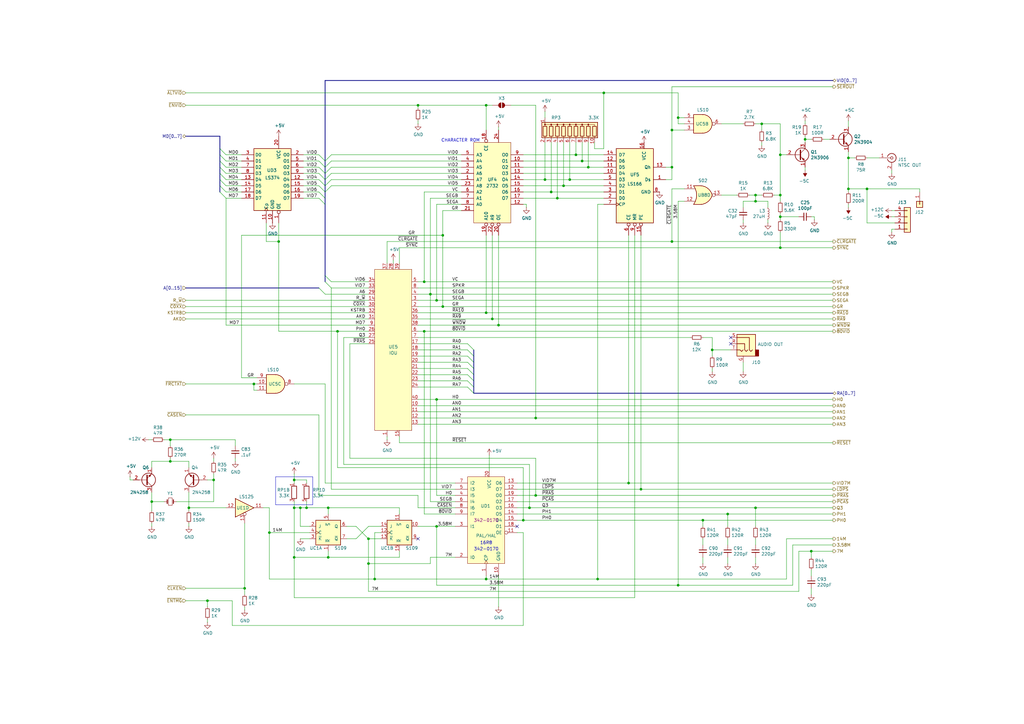
<source format=kicad_sch>
(kicad_sch (version 20250114) (generator "eeschema") (generator_version "9.0")
  (paper "A3")
  (title_block (title "TIMING/VIDEO A2E NTSC"))
  (text "16R8" (at 196.85 223.52 0) (effects (font (size 1.27 1.27)) (justify left bottom)))
  (text "CHARACTER ROM" (at 196.85 58.42 0) (effects (font (size 1.27 1.27)) (justify right bottom)))
  (text "342-0170" (at 194.31 226.06 0) (effects (font (size 1.27 1.27)) (justify left bottom)))
  (junction (at 201.93 130.81))
  (junction (at 134.62 228.6))
  (junction (at 347.98 64.77))
  (junction (at 309.88 82.55))
  (junction (at 292.1 143.51))
  (junction (at 347.98 77.47))
  (junction (at 204.47 133.35))
  (junction (at 199.39 43.18))
  (junction (at 320.04 101.6))
  (junction (at 179.07 215.9))
  (junction (at 298.45 210.82))
  (junction (at 355.6 77.47))
  (junction (at 77.47 208.28))
  (junction (at 275.59 68.58))
  (junction (at 226.06 78.74))
  (junction (at 87.63 196.85))
  (junction (at 110.49 218.44))
  (junction (at 217.17 208.28))
  (junction (at 262.89 200.66))
  (junction (at 320.04 63.5))
  (junction (at 181.61 125.73))
  (junction (at 151.13 231.14))
  (junction (at 236.22 63.5))
  (junction (at 125.73 208.28))
  (junction (at 104.14 157.48))
  (junction (at 247.65 38.1))
  (junction (at 120.65 208.28))
  (junction (at 138.43 135.89))
  (junction (at 123.19 208.28))
  (junction (at 275.59 53.34))
  (junction (at 312.42 50.8))
  (junction (at 120.65 228.6))
  (junction (at 219.71 203.2))
  (junction (at 278.13 240.03))
  (junction (at 85.09 246.38))
  (junction (at 320.04 88.9))
  (junction (at 173.99 115.57))
  (junction (at 228.6 81.28))
  (junction (at 69.85 189.23))
  (junction (at 309.88 208.28))
  (junction (at 275.59 99.06))
  (junction (at 257.81 198.12))
  (junction (at 245.11 237.49))
  (junction (at 199.39 128.27))
  (junction (at 320.04 80.01))
  (junction (at 330.2 57.15))
  (junction (at 288.29 213.36))
  (junction (at 114.3 99.06))
  (junction (at 231.14 76.2))
  (junction (at 181.61 96.52))
  (junction (at 214.63 213.36))
  (junction (at 134.62 208.28))
  (junction (at 241.3 68.58))
  (junction (at 238.76 66.04))
  (junction (at 173.99 135.89))
  (junction (at 309.88 80.01))
  (junction (at 332.74 226.06))
  (junction (at 278.13 48.26))
  (junction (at 100.33 241.3))
  (junction (at 179.07 163.83))
  (junction (at 153.67 237.49))
  (junction (at 62.23 205.74))
  (junction (at 176.53 120.65))
  (junction (at 233.68 73.66))
  (junction (at 151.13 220.98))
  (junction (at 219.71 171.45))
  (junction (at 199.39 237.49))
  (junction (at 179.07 123.19))
  (junction (at 171.45 43.18))
  (junction (at 120.65 196.85))
  (junction (at 69.85 180.34))
  (junction (at 223.52 73.66))
  (no_connect (at 212.09 215.9))
  (no_connect (at 299.72 140.97))
  (no_connect (at 171.45 220.98))
  (no_connect (at 299.72 138.43))
  (bus_entry (at 130.81 73.66) (size 2.54 2.54))
  (bus_entry (at 130.81 63.5) (size 2.54 2.54))
  (bus_entry (at 130.81 76.2) (size 2.54 2.54))
  (bus_entry (at 191.77 151.13) (size 2.54 2.54))
  (bus_entry (at 135.89 63.5) (size -2.54 2.54))
  (bus_entry (at 191.77 140.97) (size 2.54 2.54))
  (bus_entry (at 133.35 115.57) (size 2.54 2.54))
  (bus_entry (at 92.71 63.5) (size -2.54 -2.54))
  (bus_entry (at 130.81 71.12) (size 2.54 2.54))
  (bus_entry (at 92.71 73.66) (size -2.54 -2.54))
  (bus_entry (at 130.81 68.58) (size 2.54 2.54))
  (bus_entry (at 191.77 148.59) (size 2.54 2.54))
  (bus_entry (at 92.71 66.04) (size -2.54 -2.54))
  (bus_entry (at 92.71 68.58) (size -2.54 -2.54))
  (bus_entry (at 130.81 118.11) (size 2.54 2.54))
  (bus_entry (at 135.89 68.58) (size -2.54 2.54))
  (bus_entry (at 92.71 78.74) (size -2.54 -2.54))
  (bus_entry (at 92.71 81.28) (size -2.54 -2.54))
  (bus_entry (at 191.77 146.05) (size 2.54 2.54))
  (bus_entry (at 191.77 158.75) (size 2.54 2.54))
  (bus_entry (at 191.77 156.21) (size 2.54 2.54))
  (bus_entry (at 130.81 66.04) (size 2.54 2.54))
  (bus_entry (at 135.89 76.2) (size -2.54 2.54))
  (bus_entry (at 191.77 153.67) (size 2.54 2.54))
  (bus_entry (at 130.81 78.74) (size 2.54 2.54))
  (bus_entry (at 92.71 71.12) (size -2.54 -2.54))
  (bus_entry (at 135.89 66.04) (size -2.54 2.54))
  (bus_entry (at 135.89 71.12) (size -2.54 2.54))
  (bus_entry (at 191.77 143.51) (size 2.54 2.54))
  (bus_entry (at 133.35 113.03) (size 2.54 2.54))
  (bus_entry (at 130.81 81.28) (size 2.54 2.54))
  (bus_entry (at 92.71 76.2) (size -2.54 -2.54))
  (bus_entry (at 135.89 73.66) (size -2.54 2.54))
  (wire (pts (xy 171.45 153.67) (xy 191.77 153.67)))
  (wire (pts (xy 332.74 228.6) (xy 332.74 226.06)))
  (wire (pts (xy 273.05 73.66) (xy 275.59 73.66)))
  (wire (pts (xy 295.91 50.8) (xy 304.8 50.8)))
  (wire (pts (xy 341.63 226.06) (xy 332.74 226.06)))
  (wire (pts (xy 243.84 60.96) (xy 243.84 58.42)))
  (wire (pts (xy 214.63 213.36) (xy 212.09 213.36)))
  (wire (pts (xy 199.39 236.22) (xy 199.39 237.49)))
  (wire (pts (xy 176.53 228.6) (xy 186.69 228.6)))
  (wire (pts (xy 337.82 57.15) (xy 340.36 57.15)))
  (wire (pts (xy 320.04 50.8) (xy 312.42 50.8)))
  (wire (pts (xy 176.53 120.65) (xy 341.63 120.65)))
  (wire (pts (xy 163.83 101.6) (xy 320.04 101.6)))
  (wire (pts (xy 133.35 157.48) (xy 133.35 198.12)))
  (wire (pts (xy 87.63 196.85) (xy 85.09 196.85)))
  (wire (pts (xy 186.69 215.9) (xy 179.07 215.9)))
  (wire (pts (xy 275.59 68.58) (xy 273.05 68.58)))
  (wire (pts (xy 247.65 38.1) (xy 278.13 38.1)))
  (wire (pts (xy 314.96 91.44) (xy 314.96 90.17)))
  (wire (pts (xy 62.23 205.74) (xy 67.31 205.74)))
  (wire (pts (xy 130.81 78.74) (xy 124.46 78.74)))
  (wire (pts (xy 309.88 80.01) (xy 312.42 80.01)))
  (wire (pts (xy 69.85 180.34) (xy 96.52 180.34)))
  (wire (pts (xy 212.09 218.44) (xy 214.63 218.44)))
  (wire (pts (xy 130.81 170.18) (xy 76.2 170.18)))
  (wire (pts (xy 179.07 240.03) (xy 278.13 240.03)))
  (wire (pts (xy 179.07 215.9) (xy 179.07 240.03)))
  (wire (pts (xy 151.13 242.57) (xy 327.66 242.57)))
  (wire (pts (xy 332.74 226.06) (xy 327.66 226.06)))
  (bus (pts (xy 90.17 55.88) (xy 76.2 55.88)))
  (wire (pts (xy 176.53 120.65) (xy 171.45 120.65)))
  (wire (pts (xy 92.71 66.04) (xy 99.06 66.04)))
  (wire (pts (xy 219.71 171.45) (xy 341.63 171.45)))
  (wire (pts (xy 322.58 237.49) (xy 322.58 220.98)))
  (wire (pts (xy 231.14 76.2) (xy 247.65 76.2)))
  (wire (pts (xy 87.63 187.96) (xy 87.63 189.23)))
  (bus (pts (xy 90.17 76.2) (xy 90.17 78.74)))
  (wire (pts (xy 95.25 256.54) (xy 95.25 246.38)))
  (wire (pts (xy 151.13 140.97) (xy 143.51 140.97)))
  (wire (pts (xy 95.25 256.54) (xy 214.63 256.54)))
  (wire (pts (xy 130.81 76.2) (xy 124.46 76.2)))
  (wire (pts (xy 156.21 220.98) (xy 151.13 220.98)))
  (wire (pts (xy 212.09 210.82) (xy 298.45 210.82)))
  (wire (pts (xy 100.33 248.92) (xy 100.33 250.19)))
  (wire (pts (xy 245.11 237.49) (xy 322.58 237.49)))
  (wire (pts (xy 76.2 123.19) (xy 151.13 123.19)))
  (wire (pts (xy 275.59 35.56) (xy 341.63 35.56)))
  (wire (pts (xy 133.35 120.65) (xy 151.13 120.65)))
  (wire (pts (xy 96.52 180.34) (xy 96.52 182.88)))
  (wire (pts (xy 347.98 64.77) (xy 350.52 64.77)))
  (wire (pts (xy 217.17 208.28) (xy 309.88 208.28)))
  (wire (pts (xy 278.13 48.26) (xy 278.13 50.8)))
  (wire (pts (xy 171.45 215.9) (xy 179.07 215.9)))
  (wire (pts (xy 95.25 246.38) (xy 85.09 246.38)))
  (wire (pts (xy 173.99 135.89) (xy 173.99 210.82)))
  (wire (pts (xy 325.12 223.52) (xy 325.12 240.03)))
  (wire (pts (xy 176.53 231.14) (xy 151.13 231.14)))
  (wire (pts (xy 312.42 58.42) (xy 312.42 59.69)))
  (wire (pts (xy 219.71 187.96) (xy 219.71 203.2)))
  (wire (pts (xy 228.6 58.42) (xy 228.6 81.28)))
  (wire (pts (xy 76.2 157.48) (xy 104.14 157.48)))
  (wire (pts (xy 173.99 135.89) (xy 341.63 135.89)))
  (wire (pts (xy 158.75 107.95) (xy 158.75 99.06)))
  (wire (pts (xy 179.07 83.82) (xy 189.23 83.82)))
  (wire (pts (xy 146.05 220.98) (xy 151.13 215.9)))
  (wire (pts (xy 262.89 200.66) (xy 341.63 200.66)))
  (wire (pts (xy 330.2 68.58) (xy 330.2 69.85)))
  (wire (pts (xy 163.83 107.95) (xy 163.83 101.6)))
  (wire (pts (xy 130.81 63.5) (xy 124.46 63.5)))
  (wire (pts (xy 214.63 78.74) (xy 226.06 78.74)))
  (wire (pts (xy 179.07 83.82) (xy 179.07 123.19)))
  (wire (pts (xy 320.04 82.55) (xy 320.04 80.01)))
  (wire (pts (xy 105.41 157.48) (xy 104.14 157.48)))
  (wire (pts (xy 204.47 236.22) (xy 204.47 248.92)))
  (bus (pts (xy 194.31 151.13) (xy 194.31 153.67)))
  (wire (pts (xy 288.29 215.9) (xy 288.29 213.36)))
  (wire (pts (xy 199.39 128.27) (xy 341.63 128.27)))
  (wire (pts (xy 365.76 69.85) (xy 365.76 71.12)))
  (wire (pts (xy 204.47 52.07) (xy 204.47 53.34)))
  (wire (pts (xy 163.83 228.6) (xy 134.62 228.6)))
  (wire (pts (xy 179.07 203.2) (xy 186.69 203.2)))
  (wire (pts (xy 171.45 138.43) (xy 283.21 138.43)))
  (wire (pts (xy 158.75 179.07) (xy 158.75 180.34)))
  (wire (pts (xy 161.29 106.68) (xy 161.29 107.95)))
  (wire (pts (xy 312.42 50.8) (xy 312.42 53.34)))
  (wire (pts (xy 85.09 248.92) (xy 85.09 246.38)))
  (wire (pts (xy 163.83 226.06) (xy 163.83 228.6)))
  (wire (pts (xy 123.19 208.28) (xy 123.19 215.9)))
  (wire (pts (xy 200.66 186.69) (xy 200.66 193.04)))
  (wire (pts (xy 275.59 99.06) (xy 341.63 99.06)))
  (bus (pts (xy 133.35 76.2) (xy 133.35 78.74)))
  (bus (pts (xy 90.17 63.5) (xy 90.17 66.04)))
  (wire (pts (xy 123.19 220.98) (xy 127 220.98)))
  (wire (pts (xy 217.17 208.28) (xy 212.09 208.28)))
  (wire (pts (xy 140.97 190.5) (xy 140.97 138.43)))
  (wire (pts (xy 130.81 203.2) (xy 130.81 170.18)))
  (wire (pts (xy 140.97 138.43) (xy 151.13 138.43)))
  (wire (pts (xy 377.19 77.47) (xy 355.6 77.47)))
  (wire (pts (xy 304.8 148.59) (xy 304.8 152.4)))
  (bus (pts (xy 130.81 118.11) (xy 76.2 118.11)))
  (wire (pts (xy 104.14 160.02) (xy 105.41 160.02)))
  (wire (pts (xy 219.71 43.18) (xy 219.71 171.45)))
  (wire (pts (xy 341.63 223.52) (xy 325.12 223.52)))
  (wire (pts (xy 355.6 64.77) (xy 360.68 64.77)))
  (wire (pts (xy 278.13 240.03) (xy 278.13 82.55)))
  (wire (pts (xy 99.06 76.2) (xy 92.71 76.2)))
  (wire (pts (xy 138.43 191.77) (xy 214.63 191.77)))
  (wire (pts (xy 347.98 83.82) (xy 347.98 85.09)))
  (wire (pts (xy 365.76 88.9) (xy 367.03 88.9)))
  (wire (pts (xy 309.88 208.28) (xy 341.63 208.28)))
  (wire (pts (xy 87.63 194.31) (xy 87.63 196.85)))
  (wire (pts (xy 135.89 200.66) (xy 186.69 200.66)))
  (wire (pts (xy 171.45 146.05) (xy 191.77 146.05)))
  (wire (pts (xy 278.13 50.8) (xy 280.67 50.8)))
  (wire (pts (xy 85.09 246.38) (xy 76.2 246.38)))
  (wire (pts (xy 320.04 88.9) (xy 327.66 88.9)))
  (wire (pts (xy 171.45 43.18) (xy 76.2 43.18)))
  (wire (pts (xy 280.67 48.26) (xy 278.13 48.26)))
  (wire (pts (xy 53.34 195.58) (xy 53.34 196.85)))
  (wire (pts (xy 130.81 68.58) (xy 124.46 68.58)))
  (wire (pts (xy 179.07 123.19) (xy 171.45 123.19)))
  (wire (pts (xy 135.89 68.58) (xy 189.23 68.58)))
  (wire (pts (xy 278.13 38.1) (xy 278.13 48.26)))
  (wire (pts (xy 347.98 62.23) (xy 347.98 64.77)))
  (wire (pts (xy 171.45 163.83) (xy 179.07 163.83)))
  (wire (pts (xy 77.47 191.77) (xy 77.47 189.23)))
  (wire (pts (xy 199.39 96.52) (xy 199.39 128.27)))
  (wire (pts (xy 171.45 118.11) (xy 341.63 118.11)))
  (bus (pts (xy 90.17 73.66) (xy 90.17 76.2)))
  (wire (pts (xy 142.24 220.98) (xy 146.05 220.98)))
  (wire (pts (xy 151.13 220.98) (xy 146.05 215.9)))
  (wire (pts (xy 327.66 226.06) (xy 327.66 242.57)))
  (wire (pts (xy 135.89 73.66) (xy 189.23 73.66)))
  (wire (pts (xy 280.67 82.55) (xy 278.13 82.55)))
  (wire (pts (xy 120.65 208.28) (xy 120.65 228.6)))
  (wire (pts (xy 171.45 151.13) (xy 191.77 151.13)))
  (wire (pts (xy 153.67 237.49) (xy 110.49 237.49)))
  (wire (pts (xy 347.98 77.47) (xy 347.98 78.74)))
  (wire (pts (xy 367.03 93.98) (xy 365.76 93.98)))
  (wire (pts (xy 223.52 73.66) (xy 233.68 73.66)))
  (wire (pts (xy 151.13 231.14) (xy 151.13 242.57)))
  (wire (pts (xy 77.47 208.28) (xy 77.47 209.55)))
  (wire (pts (xy 307.34 80.01) (xy 309.88 80.01)))
  (wire (pts (xy 330.2 57.15) (xy 332.74 57.15)))
  (wire (pts (xy 233.68 58.42) (xy 233.68 73.66)))
  (wire (pts (xy 135.89 115.57) (xy 151.13 115.57)))
  (wire (pts (xy 214.63 68.58) (xy 241.3 68.58)))
  (wire (pts (xy 320.04 80.01) (xy 320.04 63.5)))
  (wire (pts (xy 233.68 73.66) (xy 247.65 73.66)))
  (bus (pts (xy 133.35 33.02) (xy 341.63 33.02)))
  (wire (pts (xy 298.45 223.52) (xy 298.45 220.98)))
  (wire (pts (xy 292.1 143.51) (xy 292.1 138.43)))
  (wire (pts (xy 199.39 237.49) (xy 245.11 237.49)))
  (wire (pts (xy 109.22 91.44) (xy 109.22 99.06)))
  (wire (pts (xy 176.53 81.28) (xy 176.53 120.65)))
  (wire (pts (xy 367.03 91.44) (xy 355.6 91.44)))
  (wire (pts (xy 288.29 213.36) (xy 341.63 213.36)))
  (wire (pts (xy 114.3 135.89) (xy 138.43 135.89)))
  (wire (pts (xy 125.73 205.74) (xy 125.73 208.28)))
  (wire (pts (xy 171.45 173.99) (xy 341.63 173.99)))
  (wire (pts (xy 92.71 68.58) (xy 99.06 68.58)))
  (wire (pts (xy 134.62 228.6) (xy 120.65 228.6)))
  (wire (pts (xy 120.65 205.74) (xy 120.65 208.28)))
  (polyline (pts (xy 113.03 195.58) (xy 113.03 207.01)))
  (wire (pts (xy 77.47 208.28) (xy 92.71 208.28)))
  (wire (pts (xy 92.71 73.66) (xy 99.06 73.66)))
  (wire (pts (xy 135.89 118.11) (xy 135.89 200.66)))
  (wire (pts (xy 77.47 189.23) (xy 69.85 189.23)))
  (bus (pts (xy 194.31 146.05) (xy 194.31 148.59)))
  (wire (pts (xy 135.89 71.12) (xy 189.23 71.12)))
  (wire (pts (xy 92.71 81.28) (xy 99.06 81.28)))
  (wire (pts (xy 275.59 77.47) (xy 275.59 99.06)))
  (wire (pts (xy 215.9 83.82) (xy 215.9 85.09)))
  (wire (pts (xy 171.45 143.51) (xy 191.77 143.51)))
  (wire (pts (xy 275.59 53.34) (xy 275.59 68.58)))
  (wire (pts (xy 171.45 140.97) (xy 191.77 140.97)))
  (wire (pts (xy 236.22 58.42) (xy 236.22 63.5)))
  (wire (pts (xy 67.31 180.34) (xy 69.85 180.34)))
  (wire (pts (xy 173.99 78.74) (xy 173.99 115.57)))
  (wire (pts (xy 317.5 80.01) (xy 320.04 80.01)))
  (wire (pts (xy 69.85 189.23) (xy 62.23 189.23)))
  (wire (pts (xy 62.23 205.74) (xy 62.23 209.55)))
  (bus (pts (xy 194.31 153.67) (xy 194.31 156.21)))
  (bus (pts (xy 90.17 68.58) (xy 90.17 71.12)))
  (wire (pts (xy 153.67 218.44) (xy 156.21 218.44)))
  (wire (pts (xy 280.67 77.47) (xy 275.59 77.47)))
  (wire (pts (xy 247.65 83.82) (xy 245.11 83.82)))
  (wire (pts (xy 171.45 49.53) (xy 171.45 50.8)))
  (wire (pts (xy 138.43 191.77) (xy 138.43 135.89)))
  (wire (pts (xy 365.76 86.36) (xy 367.03 86.36)))
  (wire (pts (xy 127 218.44) (xy 110.49 218.44)))
  (wire (pts (xy 262.89 96.52) (xy 262.89 200.66)))
  (polyline (pts (xy 128.27 207.01) (xy 113.03 207.01)))
  (bus (pts (xy 133.35 68.58) (xy 133.35 71.12)))
  (wire (pts (xy 163.83 181.61) (xy 341.63 181.61)))
  (wire (pts (xy 109.22 99.06) (xy 114.3 99.06)))
  (wire (pts (xy 330.2 58.42) (xy 330.2 57.15)))
  (wire (pts (xy 280.67 53.34) (xy 275.59 53.34)))
  (bus (pts (xy 90.17 55.88) (xy 90.17 60.96)))
  (wire (pts (xy 100.33 241.3) (xy 100.33 243.84)))
  (bus (pts (xy 133.35 78.74) (xy 133.35 81.28)))
  (wire (pts (xy 135.89 76.2) (xy 189.23 76.2)))
  (polyline (pts (xy 128.27 195.58) (xy 128.27 207.01)))
  (bus (pts (xy 90.17 71.12) (xy 90.17 73.66)))
  (wire (pts (xy 298.45 210.82) (xy 341.63 210.82)))
  (wire (pts (xy 288.29 228.6) (xy 288.29 231.14)))
  (wire (pts (xy 92.71 81.28) (xy 92.71 133.35)))
  (wire (pts (xy 179.07 163.83) (xy 179.07 203.2)))
  (wire (pts (xy 62.23 180.34) (xy 60.96 180.34)))
  (wire (pts (xy 99.06 154.94) (xy 105.41 154.94)))
  (wire (pts (xy 171.45 158.75) (xy 191.77 158.75)))
  (wire (pts (xy 320.04 95.25) (xy 320.04 101.6)))
  (wire (pts (xy 212.09 205.74) (xy 341.63 205.74)))
  (wire (pts (xy 309.88 223.52) (xy 309.88 220.98)))
  (wire (pts (xy 298.45 215.9) (xy 298.45 210.82)))
  (wire (pts (xy 171.45 166.37) (xy 341.63 166.37)))
  (wire (pts (xy 304.8 91.44) (xy 304.8 90.17)))
  (wire (pts (xy 143.51 187.96) (xy 219.71 187.96)))
  (wire (pts (xy 292.1 143.51) (xy 292.1 146.05)))
  (wire (pts (xy 347.98 49.53) (xy 347.98 52.07)))
  (bus (pts (xy 194.31 156.21) (xy 194.31 158.75)))
  (wire (pts (xy 212.09 200.66) (xy 262.89 200.66)))
  (wire (pts (xy 204.47 96.52) (xy 204.47 133.35)))
  (wire (pts (xy 226.06 78.74) (xy 247.65 78.74)))
  (wire (pts (xy 114.3 99.06) (xy 114.3 135.89)))
  (wire (pts (xy 309.88 215.9) (xy 309.88 208.28)))
  (wire (pts (xy 257.81 96.52) (xy 257.81 198.12)))
  (wire (pts (xy 171.45 203.2) (xy 130.81 203.2)))
  (wire (pts (xy 130.81 66.04) (xy 124.46 66.04)))
  (wire (pts (xy 140.97 190.5) (xy 217.17 190.5)))
  (wire (pts (xy 214.63 213.36) (xy 288.29 213.36)))
  (wire (pts (xy 238.76 66.04) (xy 247.65 66.04)))
  (wire (pts (xy 219.71 203.2) (xy 212.09 203.2)))
  (wire (pts (xy 92.71 78.74) (xy 99.06 78.74)))
  (wire (pts (xy 288.29 223.52) (xy 288.29 220.98)))
  (wire (pts (xy 87.63 205.74) (xy 87.63 196.85)))
  (wire (pts (xy 201.93 96.52) (xy 201.93 130.81)))
  (wire (pts (xy 212.09 198.12) (xy 257.81 198.12)))
  (bus (pts (xy 133.35 83.82) (xy 133.35 113.03)))
  (bus (pts (xy 194.31 161.29) (xy 341.63 161.29)))
  (wire (pts (xy 309.88 82.55) (xy 314.96 82.55)))
  (wire (pts (xy 110.49 218.44) (xy 110.49 208.28)))
  (wire (pts (xy 130.81 73.66) (xy 124.46 73.66)))
  (wire (pts (xy 320.04 63.5) (xy 322.58 63.5)))
  (wire (pts (xy 257.81 198.12) (xy 341.63 198.12)))
  (wire (pts (xy 171.45 148.59) (xy 191.77 148.59)))
  (wire (pts (xy 176.53 81.28) (xy 189.23 81.28)))
  (wire (pts (xy 332.74 233.68) (xy 332.74 236.22)))
  (wire (pts (xy 181.61 96.52) (xy 181.61 125.73)))
  (wire (pts (xy 146.05 215.9) (xy 142.24 215.9)))
  (wire (pts (xy 110.49 237.49) (xy 110.49 218.44)))
  (wire (pts (xy 181.61 125.73) (xy 171.45 125.73)))
  (wire (pts (xy 322.58 220.98) (xy 341.63 220.98)))
  (wire (pts (xy 72.39 205.74) (xy 87.63 205.74)))
  (wire (pts (xy 130.81 81.28) (xy 124.46 81.28)))
  (wire (pts (xy 332.74 241.3) (xy 332.74 243.84)))
  (bus (pts (xy 133.35 71.12) (xy 133.35 73.66)))
  (bus (pts (xy 133.35 81.28) (xy 133.35 83.82)))
  (wire (pts (xy 377.19 77.47) (xy 377.19 78.74)))
  (wire (pts (xy 320.04 101.6) (xy 341.63 101.6)))
  (wire (pts (xy 135.89 63.5) (xy 189.23 63.5)))
  (wire (pts (xy 214.63 218.44) (xy 214.63 256.54)))
  (wire (pts (xy 214.63 213.36) (xy 214.63 191.77)))
  (wire (pts (xy 231.14 58.42) (xy 231.14 76.2)))
  (wire (pts (xy 138.43 135.89) (xy 151.13 135.89)))
  (wire (pts (xy 69.85 187.96) (xy 69.85 189.23)))
  (wire (pts (xy 69.85 180.34) (xy 69.85 182.88)))
  (wire (pts (xy 223.52 45.72) (xy 223.52 48.26)))
  (wire (pts (xy 77.47 214.63) (xy 77.47 215.9)))
  (wire (pts (xy 292.1 138.43) (xy 288.29 138.43)))
  (wire (pts (xy 309.88 82.55) (xy 309.88 80.01)))
  (wire (pts (xy 245.11 83.82) (xy 245.11 237.49)))
  (wire (pts (xy 153.67 237.49) (xy 153.67 218.44)))
  (wire (pts (xy 247.65 60.96) (xy 243.84 60.96)))
  (wire (pts (xy 176.53 228.6) (xy 176.53 231.14)))
  (wire (pts (xy 320.04 88.9) (xy 320.04 90.17)))
  (wire (pts (xy 171.45 208.28) (xy 171.45 203.2)))
  (wire (pts (xy 214.63 81.28) (xy 228.6 81.28)))
  (wire (pts (xy 173.99 115.57) (xy 341.63 115.57)))
  (wire (pts (xy 85.09 254) (xy 85.09 255.27)))
  (wire (pts (xy 204.47 133.35) (xy 171.45 133.35)))
  (wire (pts (xy 163.83 179.07) (xy 163.83 181.61)))
  (wire (pts (xy 173.99 115.57) (xy 171.45 115.57)))
  (wire (pts (xy 355.6 91.44) (xy 355.6 77.47)))
  (wire (pts (xy 62.23 214.63) (xy 62.23 215.9)))
  (wire (pts (xy 292.1 151.13) (xy 292.1 152.4)))
  (wire (pts (xy 125.73 208.28) (xy 123.19 208.28)))
  (wire (pts (xy 151.13 215.9) (xy 156.21 215.9)))
  (wire (pts (xy 217.17 190.5) (xy 217.17 208.28)))
  (wire (pts (xy 320.04 87.63) (xy 320.04 88.9)))
  (wire (pts (xy 214.63 71.12) (xy 247.65 71.12)))
  (wire (pts (xy 304.8 85.09) (xy 304.8 82.55)))
  (wire (pts (xy 171.45 171.45) (xy 219.71 171.45)))
  (wire (pts (xy 314.96 82.55) (xy 314.96 85.09)))
  (wire (pts (xy 92.71 133.35) (xy 151.13 133.35)))
  (bus (pts (xy 133.35 66.04) (xy 133.35 68.58)))
  (wire (pts (xy 236.22 63.5) (xy 247.65 63.5)))
  (wire (pts (xy 171.45 44.45) (xy 171.45 43.18)))
  (wire (pts (xy 153.67 237.49) (xy 199.39 237.49)))
  (wire (pts (xy 130.81 71.12) (xy 124.46 71.12)))
  (wire (pts (xy 199.39 43.18) (xy 171.45 43.18)))
  (wire (pts (xy 53.34 196.85) (xy 54.61 196.85)))
  (wire (pts (xy 135.89 66.04) (xy 189.23 66.04)))
  (wire (pts (xy 76.2 241.3) (xy 100.33 241.3)))
  (wire (pts (xy 365.76 93.98) (xy 365.76 95.25)))
  (wire (pts (xy 134.62 208.28) (xy 125.73 208.28)))
  (wire (pts (xy 120.65 194.31) (xy 120.65 196.85)))
  (wire (pts (xy 176.53 205.74) (xy 186.69 205.74)))
  (wire (pts (xy 125.73 196.85) (xy 125.73 198.12)))
  (bus (pts (xy 194.31 148.59) (xy 194.31 151.13)))
  (wire (pts (xy 171.45 156.21) (xy 191.77 156.21)))
  (wire (pts (xy 134.62 208.28) (xy 134.62 210.82)))
  (wire (pts (xy 330.2 57.15) (xy 330.2 55.88)))
  (polyline (pts (xy 113.03 195.58) (xy 128.27 195.58)))
  (wire (pts (xy 76.2 125.73) (xy 151.13 125.73)))
  (wire (pts (xy 143.51 140.97) (xy 143.51 187.96)))
  (wire (pts (xy 62.23 189.23) (xy 62.23 191.77)))
  (wire (pts (xy 204.47 133.35) (xy 341.63 133.35)))
  (bus (pts (xy 90.17 66.04) (xy 90.17 68.58)))
  (wire (pts (xy 278.13 240.03) (xy 325.12 240.03)))
  (wire (pts (xy 114.3 91.44) (xy 114.3 99.06)))
  (wire (pts (xy 77.47 208.28) (xy 77.47 201.93)))
  (wire (pts (xy 214.63 63.5) (xy 236.22 63.5)))
  (wire (pts (xy 241.3 68.58) (xy 247.65 68.58)))
  (wire (pts (xy 163.83 208.28) (xy 134.62 208.28)))
  (wire (pts (xy 120.65 157.48) (xy 133.35 157.48)))
  (bus (pts (xy 133.35 33.02) (xy 133.35 66.04)))
  (wire (pts (xy 201.93 130.81) (xy 171.45 130.81)))
  (wire (pts (xy 219.71 43.18) (xy 209.55 43.18)))
  (wire (pts (xy 320.04 63.5) (xy 320.04 50.8)))
  (wire (pts (xy 163.83 210.82) (xy 163.83 208.28)))
  (wire (pts (xy 309.88 228.6) (xy 309.88 231.14)))
  (wire (pts (xy 214.63 76.2) (xy 231.14 76.2)))
  (wire (pts (xy 171.45 135.89) (xy 173.99 135.89)))
  (wire (pts (xy 171.45 168.91) (xy 341.63 168.91)))
  (wire (pts (xy 120.65 196.85) (xy 125.73 196.85)))
  (wire (pts (xy 173.99 210.82) (xy 186.69 210.82)))
  (wire (pts (xy 99.06 96.52) (xy 99.06 154.94)))
  (wire (pts (xy 309.88 50.8) (xy 312.42 50.8)))
  (wire (pts (xy 92.71 71.12) (xy 99.06 71.12)))
  (wire (pts (xy 295.91 80.01) (xy 302.26 80.01)))
  (bus (pts (xy 133.35 73.66) (xy 133.35 76.2)))
  (wire (pts (xy 298.45 228.6) (xy 298.45 231.14)))
  (wire (pts (xy 238.76 58.42) (xy 238.76 66.04)))
  (wire (pts (xy 76.2 38.1) (xy 247.65 38.1)))
  (wire (pts (xy 76.2 130.81) (xy 151.13 130.81)))
  (wire (pts (xy 104.14 157.48) (xy 104.14 160.02)))
  (bus (pts (xy 194.31 158.75) (xy 194.31 161.29)))
  (wire (pts (xy 292.1 143.51) (xy 299.72 143.51)))
  (wire (pts (xy 181.61 86.36) (xy 189.23 86.36)))
  (wire (pts (xy 123.19 215.9) (xy 127 215.9)))
  (wire (pts (xy 332.74 88.9) (xy 334.01 88.9)))
  (wire (pts (xy 96.52 187.96) (xy 96.52 189.23)))
  (wire (pts (xy 171.45 128.27) (xy 199.39 128.27)))
  (wire (pts (xy 228.6 81.28) (xy 247.65 81.28)))
  (wire (pts (xy 120.65 196.85) (xy 120.65 198.12)))
  (wire (pts (xy 260.35 245.11) (xy 260.35 96.52)))
  (wire (pts (xy 334.01 88.9) (xy 334.01 90.17)))
  (wire (pts (xy 226.06 58.42) (xy 226.06 78.74)))
  (wire (pts (xy 355.6 77.47) (xy 347.98 77.47)))
  (wire (pts (xy 120.65 228.6) (xy 120.65 245.11)))
  (wire (pts (xy 275.59 53.34) (xy 275.59 35.56)))
  (wire (pts (xy 214.63 66.04) (xy 238.76 66.04)))
  (wire (pts (xy 179.07 123.19) (xy 341.63 123.19)))
  (wire (pts (xy 173.99 78.74) (xy 189.23 78.74)))
  (wire (pts (xy 120.65 245.11) (xy 260.35 245.11)))
  (wire (pts (xy 219.71 203.2) (xy 341.63 203.2)))
  (wire (pts (xy 214.63 83.82) (xy 215.9 83.82)))
  (wire (pts (xy 201.93 130.81) (xy 341.63 130.81)))
  (wire (pts (xy 76.2 128.27) (xy 151.13 128.27)))
  (wire (pts (xy 158.75 99.06) (xy 275.59 99.06)))
  (wire (pts (xy 186.69 208.28) (xy 171.45 208.28)))
  (wire (pts (xy 347.98 64.77) (xy 347.98 77.47)))
  (wire (pts (xy 176.53 120.65) (xy 176.53 205.74)))
  (wire (pts (xy 214.63 73.66) (xy 223.52 73.66)))
  (bus (pts (xy 90.17 60.96) (xy 90.17 63.5)))
  (wire (pts (xy 199.39 53.34) (xy 199.39 43.18)))
  (wire (pts (xy 241.3 58.42) (xy 241.3 68.58)))
  (wire (pts (xy 92.71 63.5) (xy 99.06 63.5)))
  (wire (pts (xy 181.61 86.36) (xy 181.61 96.52)))
  (wire (pts (xy 181.61 125.73) (xy 341.63 125.73)))
  (wire (pts (xy 179.07 163.83) (xy 341.63 163.83)))
  (bus (pts (xy 133.35 113.03) (xy 133.35 115.57)))
  (wire (pts (xy 123.19 208.28) (xy 120.65 208.28)))
  (wire (pts (xy 199.39 43.18) (xy 201.93 43.18)))
  (wire (pts (xy 100.33 214.63) (xy 100.33 241.3)))
  (wire (pts (xy 133.35 198.12) (xy 186.69 198.12)))
  (wire (pts (xy 223.52 58.42) (xy 223.52 73.66)))
  (wire (pts (xy 247.65 38.1) (xy 247.65 60.96)))
  (wire (pts (xy 151.13 220.98) (xy 151.13 231.14)))
  (bus (pts (xy 194.31 143.51) (xy 194.31 146.05)))
  (wire (pts (xy 330.2 49.53) (xy 330.2 50.8)))
  (wire (pts (xy 275.59 73.66) (xy 275.59 68.58)))
  (wire (pts (xy 304.8 82.55) (xy 309.88 82.55)))
  (wire (pts (xy 134.62 228.6) (xy 134.62 226.06)))
  (wire (pts (xy 151.13 118.11) (xy 135.89 118.11)))
  (wire (pts (xy 99.06 96.52) (xy 181.61 96.52)))
  (wire (pts (xy 110.49 208.28) (xy 107.95 208.28)))
  (wire (pts (xy 62.23 201.93) (xy 62.23 205.74)))
  (label "~{LDPS}" (at 222.25 200.66 0))
  (label "RA5" (at 185.42 153.67 0))
  (label "VID7" (at 185.42 200.66 180))
  (label "~{C0XX}" (at 149.86 125.73 180))
  (label "AN1" (at 185.42 168.91 0))
  (label "VID6" (at 125.73 78.74 0))
  (label "VC" (at 187.96 78.74 180))
  (label "14M" (at 200.66 237.49 0))
  (label "RA1" (at 185.42 143.51 0))
  (label "VID1" (at 187.96 66.04 180))
  (label "MD2" (at 97.79 68.58 180))
  (label "VID7" (at 125.73 81.28 0))
  (label "~{CASEN}" (at 185.42 208.28 180))
  (label "AN2" (at 185.42 171.45 0))
  (label "R_~{W}" (at 149.86 123.19 180))
  (label "VID1" (at 125.73 66.04 0))
  (label "3.58M" (at 200.66 240.03 0))
  (label "~{CLRGATE}" (at 171.45 99.06 180))
  (label "VID3" (at 125.73 71.12 0))
  (label "RA6" (at 185.42 156.21 0))
  (label "SEGB" (at 185.42 120.65 0))
  (label "MD7" (at 149.86 133.35 180))
  (label "H0" (at 185.42 203.2 180))
  (label "MD7" (at 93.98 133.35 0))
  (label "MD4" (at 97.79 73.66 180))
  (label "PH1" (at 222.25 210.82 0))
  (label "VID6" (at 149.86 115.57 180))
  (label "RA0" (at 185.42 140.97 0))
  (label "VID5" (at 125.73 76.2 0))
  (label "VID0" (at 187.96 63.5 180))
  (label "VID5" (at 187.96 76.2 180))
  (label "SPKR" (at 185.42 118.11 0))
  (label "H0" (at 185.42 163.83 0))
  (label "7M" (at 200.66 242.57 0))
  (label "VID2" (at 125.73 68.58 0))
  (label "SEGB" (at 185.42 205.74 180))
  (label "MD5" (at 97.79 76.2 180))
  (label "RA4" (at 185.42 151.13 0))
  (label "PH0" (at 149.86 135.89 180))
  (label "~{CLRGATE}" (at 275.59 83.82 270))
  (label "GR" (at 185.42 125.73 0))
  (label "3.58M" (at 278.13 83.82 270))
  (label "VC" (at 185.42 115.57 0))
  (label "RA3" (at 185.42 148.59 0))
  (label "SEGA" (at 187.96 83.82 180))
  (label "PH0" (at 222.25 213.36 0))
  (label "RA2" (at 185.42 146.05 0))
  (label "MD0" (at 97.79 63.5 180))
  (label "MD7" (at 97.79 81.28 180))
  (label "~{80VID}" (at 185.42 210.82 180))
  (label "A6" (at 149.86 120.65 180))
  (label "~{WNDW}" (at 185.42 133.35 0))
  (label "Q3" (at 222.25 208.28 0))
  (label "~{80VID}" (at 185.42 135.89 0))
  (label "~{PRAS}" (at 222.25 203.2 0))
  (label "VID0" (at 125.73 63.5 0))
  (label "Q3" (at 149.86 138.43 180))
  (label "SEGA" (at 185.42 123.19 0))
  (label "MD1" (at 97.79 66.04 180))
  (label "~{SYNC}" (at 171.45 101.6 180))
  (label "MD3" (at 97.79 71.12 180))
  (label "~{RA10}" (at 185.42 128.27 0))
  (label "VID4" (at 125.73 73.66 0))
  (label "SEGB" (at 187.96 81.28 180))
  (label "~{PCAS}" (at 222.25 205.74 0))
  (label "7M" (at 185.42 228.6 180))
  (label "~{RESET}" (at 185.42 181.61 0))
  (label "KSTRB" (at 149.86 128.27 180))
  (label "VID3" (at 187.96 71.12 180))
  (label "3.58M" (at 185.42 215.9 180))
  (label "VID4" (at 187.96 73.66 180))
  (label "VID7M" (at 222.25 198.12 0))
  (label "14M" (at 111.76 218.44 0))
  (label "RA7" (at 185.42 158.75 0))
  (label "VID7" (at 149.86 118.11 180))
  (label "GR" (at 104.14 154.94 180))
  (label "AN0" (at 185.42 166.37 0))
  (label "GR" (at 187.96 86.36 180))
  (label "~{RA9}" (at 185.42 130.81 0))
  (label "AKD" (at 149.86 130.81 180))
  (label "MD6" (at 97.79 78.74 180))
  (label "GR" (at 170.18 96.52 180))
  (label "AN3" (at 185.42 173.99 0))
  (label "7M" (at 152.4 242.57 0))
  (label "~{PRAS}" (at 149.86 140.97 180))
  (label "VID2" (at 187.96 68.58 180))
  (hierarchical_label "~{CASEN}" (shape input) (at 76.2 170.18 180))
  (hierarchical_label "VID7M" (shape output) (at 341.63 198.12 0))
  (hierarchical_label "~{ALTVID}" (shape input) (at 76.2 38.1 180))
  (hierarchical_label "~{RA9}" (shape output) (at 341.63 130.81 0))
  (hierarchical_label "AN3" (shape output) (at 341.63 173.99 0))
  (hierarchical_label "PH0" (shape output) (at 341.63 213.36 0))
  (hierarchical_label "~{RESET}" (shape output) (at 341.63 181.61 0))
  (hierarchical_label "GR" (shape output) (at 341.63 125.73 0))
  (hierarchical_label "A[0..15]" (shape input) (at 76.2 118.11 180))
  (hierarchical_label "~{C0XX}" (shape input) (at 76.2 125.73 180))
  (hierarchical_label "R_~{W}" (shape input) (at 76.2 123.19 180))
  (hierarchical_label "VC" (shape output) (at 341.63 115.57 0))
  (hierarchical_label "VID[0..7]" (shape bidirectional) (at 341.63 33.02 0))
  (hierarchical_label "RA[0..7]" (shape bidirectional) (at 341.63 161.29 0))
  (hierarchical_label "AN2" (shape output) (at 341.63 171.45 0))
  (hierarchical_label "~{SEROUT}" (shape output) (at 341.63 35.56 0))
  (hierarchical_label "14M" (shape output) (at 341.63 220.98 0))
  (hierarchical_label "MD[0..7]" (shape bidirectional) (at 76.2 55.88 180))
  (hierarchical_label "AN0" (shape output) (at 341.63 166.37 0))
  (hierarchical_label "~{SYNC}" (shape output) (at 341.63 101.6 0))
  (hierarchical_label "~{PCAS}" (shape output) (at 341.63 205.74 0))
  (hierarchical_label "~{80VID}" (shape output) (at 341.63 135.89 0))
  (hierarchical_label "~{RA10}" (shape output) (at 341.63 128.27 0))
  (hierarchical_label "SEGA" (shape output) (at 341.63 123.19 0))
  (hierarchical_label "H0" (shape output) (at 341.63 163.83 0))
  (hierarchical_label "AN1" (shape output) (at 341.63 168.91 0))
  (hierarchical_label "~{CLKEN}" (shape input) (at 76.2 241.3 180))
  (hierarchical_label "~{PRAS}" (shape output) (at 341.63 203.2 0))
  (hierarchical_label "AKD" (shape input) (at 76.2 130.81 180))
  (hierarchical_label "Q3" (shape output) (at 341.63 208.28 0))
  (hierarchical_label "~{ENTMG}" (shape input) (at 76.2 246.38 180))
  (hierarchical_label "~{LDPS}" (shape output) (at 341.63 200.66 0))
  (hierarchical_label "SEGB" (shape output) (at 341.63 120.65 0))
  (hierarchical_label "SPKR" (shape output) (at 341.63 118.11 0))
  (hierarchical_label "7M" (shape output) (at 341.63 226.06 0))
  (hierarchical_label "KSTRB" (shape input) (at 76.2 128.27 180))
  (hierarchical_label "~{CLRGATE}" (shape output) (at 341.63 99.06 0))
  (hierarchical_label "~{ENVID}" (shape input) (at 76.2 43.18 180))
  (hierarchical_label "PH1" (shape output) (at 341.63 210.82 0))
  (hierarchical_label "3.58M" (shape output) (at 341.63 223.52 0))
  (hierarchical_label "~{FRCTXT}" (shape input) (at 76.2 157.48 180))
  (hierarchical_label "~{WNDW}" (shape output) (at 341.63 133.35 0))
  (symbol (lib_id "Apple_IIe_Symbols:74LS374") (at 111.76 73.66 0) (unit 1)
    (property "Reference" "UD3" (at 111.506 69.85 0))
    (property "Value" "LS374" (at 111.76 72.898 0))
    (property "Footprint" "Package_DIP:DIP-20_W7.62mm_Socket_LongPads" (effects (hide yes)))
    (property "Datasheet" "http://www.ti.com/lit/gpn/sn74LS374" (effects (hide yes)))
    (property "Description" "8-bit Register, 3-state outputs" (effects (hide yes)))
  )
  (symbol (lib_id "Apple_IIe_Symbols:2732") (at 201.93 73.66 0) (unit 1)
    (property "Reference" "UF4" (at 201.93 73.66 0))
    (property "Value" "2732" (at 201.93 76.2 0))
    (property "Footprint" "Package_DIP:DIP-24_18.0mmx34.29mm_W15.24mm_Socket_LongPads" (effects (hide yes)))
  )
  (symbol (lib_id "Device:R_Network09") (at 233.68 53.34 0) (unit 1)
    (property "Reference" "RP3" (at 226.06 48.26 0) (effects (justify left)))
    (property "Value" "3.3K" (at 241.3 48.26 0) (effects (justify left)))
    (property "Footprint" "Resistor_THT:R_Array_SIP10" (effects (hide yes)))
    (property "Datasheet" "http://www.vishay.com/docs/31509/csc.pdf" (effects (hide yes)))
    (property "Description" "9 resistor network, star topology, bussed resistors, small symbol" (effects (hide yes)))
  )
  (symbol (lib_id "Apple_IIe_Symbols:74LS166") (at 260.35 76.2 0) (unit 1)
    (property "Reference" "UF5" (at 260.35 71.628 0))
    (property "Value" "LS166" (at 260.35 75.438 0))
    (property "Footprint" "Package_DIP:DIP-16_W7.62mm_Socket_LongPads" (effects (hide yes)))
    (property "Datasheet" "http://www.ti.com/lit/gpn/sn74LS166" (effects (hide yes)))
    (property "Description" "Shift Register 8-bit, parallel load" (effects (hide yes)))
  )
  (symbol (lib_id "74xx:74LS10") (at 288.29 50.8 0) (mirror x) (unit 2)
    (property "Reference" "UC5" (at 288.036 50.8 0))
    (property "Value" "LS10" (at 288.29 45.0596 0))
    (property "Footprint" "Package_DIP:DIP-14_W7.62mm_Socket_LongPads" (effects (hide yes)))
    (property "Datasheet" "http://www.ti.com/lit/gpn/sn74LS10" (effects (hide yes)))
    (property "Description" "Triple 3-input NAND" (effects (hide yes)))
  )
  (symbol (lib_id "74xx:74LS02") (at 288.29 80.01 0) (unit 4)
    (property "Reference" "UB8" (at 288.798 80.01 0))
    (property "Value" "S02" (at 288.29 74.0664 0))
    (property "Footprint" "Package_DIP:DIP-14_W7.62mm_Socket_LongPads" (effects (hide yes)))
    (property "Datasheet" "http://www.ti.com/lit/gpn/sn74ls02" (effects (hide yes)))
    (property "Description" "quad 2-input NOR gate" (effects (hide yes)))
  )
  (symbol (lib_id "Transistor_BJT:2N3906") (at 327.66 63.5 0) (unit 1)
    (property "Reference" "Q1" (at 332.486 62.3316 0) (effects (justify left)))
    (property "Value" "2N3906" (at 332.486 64.643 0) (effects (justify left)))
    (property "Footprint" "Package_TO_SOT_THT:TO-92_Inline" (effects (hide yes)))
    (property "Datasheet" "https://www.onsemi.com/pub/Collateral/2N3906-D.PDF" (effects (hide yes)))
    (property "Description" "-0.2A Ic, -40V Vce, Small Signal PNP Transistor, TO-92" (effects (hide yes)))
    (property "Sim.Device" "PNP" (effects (hide yes)))
    (property "Sim.Pins" "1=E 2=B 3=C" (effects (hide yes)))
  )
  (symbol (lib_id "Transistor_BJT:2N3904") (at 345.44 57.15 0) (unit 1)
    (property "Reference" "Q2" (at 350.266 55.9816 0) (effects (justify left)))
    (property "Value" "2N3904" (at 350.266 58.293 0) (effects (justify left)))
    (property "Footprint" "Package_TO_SOT_THT:TO-92_Inline" (effects (hide yes)))
    (property "Datasheet" "https://www.onsemi.com/pub/Collateral/2N3903-D.PDF" (effects (hide yes)))
    (property "Description" "0.2A Ic, 40V Vce, Small Signal NPN Transistor, TO-92" (effects (hide yes)))
    (property "Sim.Device" "NPN" (effects (hide yes)))
    (property "Sim.Pins" "1=E 2=B 3=C" (effects (hide yes)))
  )
  (symbol (lib_id "Apple_IIe_Symbols:IOU") (at 161.29 143.51 0) (unit 1)
    (property "Reference" "UE5" (at 161.29 142.24 0))
    (property "Value" "IOU" (at 161.29 144.78 0))
    (property "Footprint" "Package_DIP:DIP-40_W15.24mm_Socket_LongPads" (effects (hide yes)))
    (property "Description" "344-0020" (effects (hide yes)))
  )
  (symbol (lib_id "Transistor_BJT:2N3904") (at 59.69 196.85 0) (mirror x) (unit 1)
    (property "Reference" "Q6" (at 58.42 191.77 0) (effects (justify left)))
    (property "Value" "2N4258" (at 53.34 201.93 0) (effects (justify left)))
    (property "Footprint" "Package_TO_SOT_THT:TO-92_Inline" (effects (hide yes)))
    (property "Datasheet" "https://www.onsemi.com/pub/Collateral/2N3903-D.PDF" (effects (hide yes)))
    (property "Description" "0.2A Ic, 40V Vce, Small Signal NPN Transistor, TO-92" (effects (hide yes)))
    (property "Sim.Device" "NPN" (effects (hide yes)))
    (property "Sim.Pins" "1=E 2=B 3=C" (effects (hide yes)))
  )
  (symbol (lib_id "Transistor_BJT:2N3904") (at 80.01 196.85 180) (unit 1)
    (property "Reference" "Q4" (at 81.28 191.77 0) (effects (justify left)))
    (property "Value" "2N4258" (at 86.36 201.93 0) (effects (justify left)))
    (property "Footprint" "Package_TO_SOT_THT:TO-92_Inline" (effects (hide yes)))
    (property "Datasheet" "https://www.onsemi.com/pub/Collateral/2N3903-D.PDF" (effects (hide yes)))
    (property "Description" "0.2A Ic, 40V Vce, Small Signal NPN Transistor, TO-92" (effects (hide yes)))
    (property "Sim.Device" "NPN" (effects (hide yes)))
    (property "Sim.Pins" "1=E 2=B 3=C" (effects (hide yes)))
  )
  (symbol (lib_id "74xx:74LS109") (at 134.62 218.44 0) (unit 1)
    (property "Reference" "UC1" (at 129.54 224.79 0))
    (property "Value" "S109" (at 139.7 224.79 0))
    (property "Footprint" "Package_DIP:DIP-16_W7.62mm_Socket_LongPads" (effects (hide yes)))
    (property "Datasheet" "http://www.ti.com/lit/gpn/sn74LS109" (effects (hide yes)))
    (property "Description" "Dual JK Flip-Flop, Set & Reset" (effects (hide yes)))
  )
  (symbol (lib_id "74xx:74LS109") (at 163.83 218.44 0) (unit 2)
    (property "Reference" "UC1" (at 158.75 224.79 0))
    (property "Value" "S109" (at 168.91 224.79 0))
    (property "Footprint" "Package_DIP:DIP-16_W7.62mm_Socket_LongPads" (effects (hide yes)))
    (property "Datasheet" "http://www.ti.com/lit/gpn/sn74LS109" (effects (hide yes)))
    (property "Description" "Dual JK Flip-Flop, Set & Reset" (effects (hide yes)))
  )
  (symbol (lib_id "74xx:74LS125") (at 100.33 208.28 0) (unit 4)
    (property "Reference" "UE1" (at 99.568 208.28 0))
    (property "Value" "LS125" (at 101.092 203.708 0))
    (property "Footprint" "Package_DIP:DIP-14_W7.62mm_Socket_LongPads" (effects (hide yes)))
    (property "Datasheet" "http://www.ti.com/lit/gpn/sn74LS125" (effects (hide yes)))
    (property "Description" "Quad buffer 3-State outputs" (effects (hide yes)))
  )
  (symbol (lib_id "74xx:74LS10") (at 113.03 157.48 0) (unit 3)
    (property "Reference" "UC5" (at 112.776 157.48 0))
    (property "Value" "LS10" (at 112.014 151.638 0))
    (property "Footprint" "Package_DIP:DIP-14_W7.62mm_Socket_LongPads" (effects (hide yes)))
    (property "Datasheet" "http://www.ti.com/lit/gpn/sn74LS10" (effects (hide yes)))
    (property "Description" "Triple 3-input NAND" (effects (hide yes)))
  )
  (symbol (lib_id "Apple_IIe_Symbols:PAL_HAL") (at 199.39 213.36 0) (unit 1)
    (property "Reference" "UD1" (at 199.136 207.518 0))
    (property "Value" "PAL/HAL" (at 199.39 219.71 0))
    (property "Footprint" "Package_DIP:DIP-20_W7.62mm_LongPads" (effects (hide yes)))
    (property "Description" "342-0170" (at 199.39 213.36 0))
  )
  (symbol (lib_id "power:+5V") (at 161.29 106.68 0) (unit 1)
    (property "Reference" "#PWR046" (effects (hide yes)))
    (property "Value" "+5V" (at 161.671 102.2858 0))
    (property "Description" "Power symbol creates a global label with name \"+5V\"" (effects (hide yes)))
  )
  (symbol (lib_id "power:GND") (at 158.75 180.34 0) (unit 1)
    (property "Reference" "#PWR045" (effects (hide yes)))
    (property "Value" "GND" (at 158.877 184.7342 0))
    (property "Description" "Power symbol creates a global label with name \"GND\" , ground" (effects (hide yes)))
  )
  (symbol (lib_id "power:+5V") (at 204.47 52.07 0) (unit 1)
    (property "Reference" "#PWR047" (effects (hide yes)))
    (property "Value" "+5V" (at 204.851 47.6758 0))
    (property "Description" "Power symbol creates a global label with name \"+5V\"" (effects (hide yes)))
  )
  (symbol (lib_id "Jumper:SolderJumper_2_Open") (at 205.74 43.18 0) (unit 1)
    (property "Reference" "X3" (at 205.74 40.3098 0))
    (property "Value" "SolderJumper_2_Open" (effects (hide yes)))
    (property "Footprint" "Jumper:SolderJumper-2_P1.3mm_Open_RoundedPad1.0x1.5mm" (effects (hide yes)))
    (property "Description" "Solder Jumper, 2-pole, open" (effects (hide yes)))
  )
  (symbol (lib_id "power:+5V") (at 223.52 45.72 0) (unit 1)
    (property "Reference" "#PWR049" (effects (hide yes)))
    (property "Value" "+5V" (at 223.901 41.3258 0))
    (property "Description" "Power symbol creates a global label with name \"+5V\"" (effects (hide yes)))
  )
  (symbol (lib_id "power:GND") (at 215.9 85.09 0) (unit 1)
    (property "Reference" "#PWR048" (effects (hide yes)))
    (property "Value" "GND" (at 216.027 89.4842 0))
    (property "Description" "Power symbol creates a global label with name \"GND\" , ground" (effects (hide yes)))
  )
  (symbol (lib_id "power:GND") (at 304.8 152.4 0) (unit 1)
    (property "Reference" "#PWR053" (effects (hide yes)))
    (property "Value" "GND" (at 304.927 156.7942 0))
    (property "Description" "Power symbol creates a global label with name \"GND\" , ground" (effects (hide yes)))
  )
  (symbol (lib_id "Device:R_Small") (at 285.75 138.43 270) (unit 1)
    (property "Reference" "R6" (at 285.75 141.0716 90))
    (property "Value" "12K" (at 285.75 143.383 90))
    (property "Footprint" "Resistor_THT:R_Axial_DIN0204_L3.6mm_D1.6mm_P7.62mm_Horizontal" (effects (hide yes)))
    (property "Description" "Resistor, small symbol" (effects (hide yes)))
  )
  (symbol (lib_id "Device:R_Small") (at 292.1 148.59 180) (unit 1)
    (property "Reference" "R9" (at 293.5986 147.4216 0) (effects (justify right)))
    (property "Value" "100R" (at 293.5986 149.733 0) (effects (justify right)))
    (property "Footprint" "Resistor_THT:R_Axial_DIN0204_L3.6mm_D1.6mm_P7.62mm_Horizontal" (effects (hide yes)))
    (property "Description" "Resistor, small symbol" (effects (hide yes)))
  )
  (symbol (lib_id "power:GND") (at 292.1 152.4 0) (unit 1)
    (property "Reference" "#PWR051" (effects (hide yes)))
    (property "Value" "GND" (at 292.227 156.7942 0))
    (property "Description" "Power symbol creates a global label with name \"GND\" , ground" (effects (hide yes)))
  )
  (symbol (lib_id "Device:R_Network09_Split") (at 120.65 201.93 0) (unit 2)
    (property "Reference" "RP1" (at 118.872 200.9648 0) (effects (justify right)))
    (property "Value" "3.3K" (at 118.872 203.2762 0) (effects (justify right)))
    (property "Footprint" "Resistor_THT:R_Array_SIP9" (effects (hide yes)))
    (property "Datasheet" "http://www.vishay.com/docs/31509/csc.pdf" (effects (hide yes)))
    (property "Description" "9 resistor network, star topology, bussed resistors, split" (effects (hide yes)))
  )
  (symbol (lib_id "Device:R_Network09_Split") (at 125.73 201.93 0) (unit 4)
    (property "Reference" "RP1" (at 128.2192 200.9648 0) (effects (justify left)))
    (property "Value" "3.3K" (at 128.2192 203.2762 0) (effects (justify left)))
    (property "Footprint" "Resistor_THT:R_Array_SIP9" (effects (hide yes)))
    (property "Datasheet" "http://www.vishay.com/docs/31509/csc.pdf" (effects (hide yes)))
    (property "Description" "9 resistor network, star topology, bussed resistors, split" (effects (hide yes)))
  )
  (symbol (lib_id "power:+5V") (at 120.65 194.31 0) (unit 1)
    (property "Reference" "#PWR043" (effects (hide yes)))
    (property "Value" "+5V" (at 121.031 189.9158 0))
    (property "Description" "Power symbol creates a global label with name \"+5V\"" (effects (hide yes)))
  )
  (symbol (lib_id "power:GND") (at 123.19 220.98 0) (unit 1)
    (property "Reference" "#PWR044" (effects (hide yes)))
    (property "Value" "GND" (at 123.317 225.3742 0))
    (property "Description" "Power symbol creates a global label with name \"GND\" , ground" (effects (hide yes)))
  )
  (symbol (lib_id "Device:R_Small") (at 100.33 246.38 180) (unit 1)
    (property "Reference" "R28" (at 101.8286 245.2116 0) (effects (justify right)))
    (property "Value" "1K" (at 101.8286 247.523 0) (effects (justify right)))
    (property "Footprint" "Resistor_THT:R_Axial_DIN0204_L3.6mm_D1.6mm_P7.62mm_Horizontal" (effects (hide yes)))
    (property "Description" "Resistor, small symbol" (effects (hide yes)))
  )
  (symbol (lib_id "power:GND") (at 100.33 250.19 0) (unit 1)
    (property "Reference" "#PWR042" (effects (hide yes)))
    (property "Value" "GND" (at 100.457 254.5842 0))
    (property "Description" "Power symbol creates a global label with name \"GND\" , ground" (effects (hide yes)))
  )
  (symbol (lib_id "Device:R_Small") (at 85.09 251.46 180) (unit 1)
    (property "Reference" "R29" (at 86.5886 250.2916 0) (effects (justify right)))
    (property "Value" "1K" (at 86.5886 252.603 0) (effects (justify right)))
    (property "Footprint" "Resistor_THT:R_Axial_DIN0204_L3.6mm_D1.6mm_P7.62mm_Horizontal" (effects (hide yes)))
    (property "Description" "Resistor, small symbol" (effects (hide yes)))
  )
  (symbol (lib_id "power:GND") (at 85.09 255.27 0) (unit 1)
    (property "Reference" "#PWR039" (effects (hide yes)))
    (property "Value" "GND" (at 85.217 259.6642 0))
    (property "Description" "Power symbol creates a global label with name \"GND\" , ground" (effects (hide yes)))
  )
  (symbol (lib_id "Device:R_Small") (at 69.85 185.42 180) (unit 1)
    (property "Reference" "R36" (at 71.3486 184.2516 0) (effects (justify right)))
    (property "Value" "270R" (at 71.3486 186.563 0) (effects (justify right)))
    (property "Footprint" "Resistor_THT:R_Axial_DIN0204_L3.6mm_D1.6mm_P7.62mm_Horizontal" (effects (hide yes)))
    (property "Description" "Resistor, small symbol" (effects (hide yes)))
  )
  (symbol (lib_id "Device:R_Small") (at 64.77 180.34 90) (unit 1)
    (property "Reference" "R38" (at 64.77 175.3616 90))
    (property "Value" "47R" (at 64.77 177.673 90))
    (property "Footprint" "Resistor_THT:R_Axial_DIN0204_L3.6mm_D1.6mm_P7.62mm_Horizontal" (effects (hide yes)))
    (property "Description" "Resistor, small symbol" (effects (hide yes)))
  )
  (symbol (lib_id "power:+12V") (at 60.96 180.34 90) (unit 1)
    (property "Reference" "#PWR036" (effects (hide yes)))
    (property "Value" "+12V" (at 57.7088 179.959 90) (effects (justify left)))
    (property "Description" "Power symbol creates a global label with name \"+12V\"" (effects (hide yes)))
  )
  (symbol (lib_id "Device:C_Small") (at 96.52 185.42 0) (unit 1)
    (property "Reference" "C83" (at 98.8568 184.2516 0) (effects (justify left)))
    (property "Value" ".1uF" (at 98.8568 186.563 0) (effects (justify left)))
    (property "Footprint" "Capacitor_THT:C_Axial_L3.8mm_D2.6mm_P10.00mm_Horizontal" (effects (hide yes)))
    (property "Description" "Unpolarized capacitor, small symbol" (effects (hide yes)))
  )
  (symbol (lib_id "Device:R_Small") (at 87.63 191.77 180) (unit 1)
    (property "Reference" "R35" (at 89.1286 190.6016 0) (effects (justify right)))
    (property "Value" "47R" (at 89.1286 192.913 0) (effects (justify right)))
    (property "Footprint" "Resistor_THT:R_Axial_DIN0204_L3.6mm_D1.6mm_P7.62mm_Horizontal" (effects (hide yes)))
    (property "Description" "Resistor, small symbol" (effects (hide yes)))
  )
  (symbol (lib_id "power:+5V") (at 87.63 187.96 0) (unit 1)
    (property "Reference" "#PWR040" (effects (hide yes)))
    (property "Value" "+5V" (at 88.011 183.5658 0))
    (property "Description" "Power symbol creates a global label with name \"+5V\"" (effects (hide yes)))
  )
  (symbol (lib_id "power:GND") (at 96.52 189.23 0) (unit 1)
    (property "Reference" "#PWR041" (effects (hide yes)))
    (property "Value" "GND" (at 96.647 193.6242 0))
    (property "Description" "Power symbol creates a global label with name \"GND\" , ground" (effects (hide yes)))
  )
  (symbol (lib_id "Device:Crystal_Small") (at 69.85 205.74 0) (unit 1)
    (property "Reference" "Y1" (at 69.85 202.3618 0))
    (property "Value" "Crystal_Small" (effects (hide yes)))
    (property "Footprint" "Crystal:Crystal_HC18-U_Vertical" (effects (hide yes)))
    (property "Description" "Two pin crystal, small symbol" (effects (hide yes)))
  )
  (symbol (lib_id "power:+5V") (at 53.34 195.58 0) (unit 1)
    (property "Reference" "#PWR035" (effects (hide yes)))
    (property "Value" "+5V" (at 53.721 191.1858 0))
    (property "Description" "Power symbol creates a global label with name \"+5V\"" (effects (hide yes)))
  )
  (symbol (lib_id "Device:R_Small") (at 62.23 212.09 180) (unit 1)
    (property "Reference" "R37" (at 63.7286 210.9216 0) (effects (justify right)))
    (property "Value" "47R" (at 63.7286 213.233 0) (effects (justify right)))
    (property "Footprint" "Resistor_THT:R_Axial_DIN0204_L3.6mm_D1.6mm_P7.62mm_Horizontal" (effects (hide yes)))
    (property "Description" "Resistor, small symbol" (effects (hide yes)))
  )
  (symbol (lib_id "Device:R_Small") (at 77.47 212.09 180) (unit 1)
    (property "Reference" "R34" (at 78.9686 210.9216 0) (effects (justify right)))
    (property "Value" "150R" (at 78.9686 213.233 0) (effects (justify right)))
    (property "Footprint" "Resistor_THT:R_Axial_DIN0204_L3.6mm_D1.6mm_P7.62mm_Horizontal" (effects (hide yes)))
    (property "Description" "Resistor, small symbol" (effects (hide yes)))
  )
  (symbol (lib_id "power:GND") (at 77.47 215.9 0) (unit 1)
    (property "Reference" "#PWR038" (effects (hide yes)))
    (property "Value" "GND" (at 77.597 220.2942 0))
    (property "Description" "Power symbol creates a global label with name \"GND\" , ground" (effects (hide yes)))
  )
  (symbol (lib_id "power:GND") (at 62.23 215.9 0) (unit 1)
    (property "Reference" "#PWR037" (effects (hide yes)))
    (property "Value" "GND" (at 62.357 220.2942 0))
    (property "Description" "Power symbol creates a global label with name \"GND\" , ground" (effects (hide yes)))
  )
  (symbol (lib_id "Device:C_Small") (at 288.29 226.06 0) (unit 1)
    (property "Reference" "C90" (at 290.6268 224.8916 0) (effects (justify left)))
    (property "Value" "220pF" (at 290.6268 227.203 0) (effects (justify left)))
    (property "Footprint" "Capacitor_THT:C_Disc_D5.0mm_W2.5mm_P2.50mm" (effects (hide yes)))
    (property "Description" "Unpolarized capacitor, small symbol" (effects (hide yes)))
  )
  (symbol (lib_id "Device:C_Small") (at 298.45 226.06 0) (unit 1)
    (property "Reference" "C91" (at 300.7868 224.8916 0) (effects (justify left)))
    (property "Value" "220pF" (at 300.7868 227.203 0) (effects (justify left)))
    (property "Footprint" "Capacitor_THT:C_Disc_D5.0mm_W2.5mm_P2.50mm" (effects (hide yes)))
    (property "Description" "Unpolarized capacitor, small symbol" (effects (hide yes)))
  )
  (symbol (lib_id "Device:C_Small") (at 309.88 226.06 0) (unit 1)
    (property "Reference" "C92" (at 312.2168 224.8916 0) (effects (justify left)))
    (property "Value" "220pF" (at 312.2168 227.203 0) (effects (justify left)))
    (property "Footprint" "Capacitor_THT:C_Disc_D5.0mm_W2.5mm_P2.50mm" (effects (hide yes)))
    (property "Description" "Unpolarized capacitor, small symbol" (effects (hide yes)))
  )
  (symbol (lib_id "Device:R_Small") (at 288.29 218.44 0) (unit 1)
    (property "Reference" "R41" (at 289.7886 217.2716 0) (effects (justify left)))
    (property "Value" "120R" (at 289.7886 219.583 0) (effects (justify left)))
    (property "Footprint" "Resistor_THT:R_Axial_DIN0204_L3.6mm_D1.6mm_P7.62mm_Horizontal" (effects (hide yes)))
    (property "Description" "Resistor, small symbol" (effects (hide yes)))
  )
  (symbol (lib_id "Device:R_Small") (at 298.45 218.44 0) (unit 1)
    (property "Reference" "R42" (at 299.9486 217.2716 0) (effects (justify left)))
    (property "Value" "120R" (at 299.9486 219.583 0) (effects (justify left)))
    (property "Footprint" "Resistor_THT:R_Axial_DIN0204_L3.6mm_D1.6mm_P7.62mm_Horizontal" (effects (hide yes)))
    (property "Description" "Resistor, small symbol" (effects (hide yes)))
  )
  (symbol (lib_id "Device:R_Small") (at 309.88 218.44 0) (unit 1)
    (property "Reference" "R43" (at 311.3786 217.2716 0) (effects (justify left)))
    (property "Value" "120R" (at 311.3786 219.583 0) (effects (justify left)))
    (property "Footprint" "Resistor_THT:R_Axial_DIN0204_L3.6mm_D1.6mm_P7.62mm_Horizontal" (effects (hide yes)))
    (property "Description" "Resistor, small symbol" (effects (hide yes)))
  )
  (symbol (lib_id "power:GND") (at 288.29 231.14 0) (unit 1)
    (property "Reference" "#PWR050" (effects (hide yes)))
    (property "Value" "GND" (at 288.417 235.5342 0))
    (property "Description" "Power symbol creates a global label with name \"GND\" , ground" (effects (hide yes)))
  )
  (symbol (lib_id "power:GND") (at 298.45 231.14 0) (unit 1)
    (property "Reference" "#PWR052" (effects (hide yes)))
    (property "Value" "GND" (at 298.577 235.5342 0))
    (property "Description" "Power symbol creates a global label with name \"GND\" , ground" (effects (hide yes)))
  )
  (symbol (lib_id "power:GND") (at 309.88 231.14 0) (unit 1)
    (property "Reference" "#PWR055" (effects (hide yes)))
    (property "Value" "GND" (at 310.007 235.5342 0))
    (property "Description" "Power symbol creates a global label with name \"GND\" , ground" (effects (hide yes)))
  )
  (symbol (lib_id "Device:R_Small") (at 307.34 50.8 90) (unit 1)
    (property "Reference" "R7" (at 307.34 45.8216 90))
    (property "Value" "2.7K" (at 307.34 48.133 90))
    (property "Footprint" "Resistor_THT:R_Axial_DIN0204_L3.6mm_D1.6mm_P7.62mm_Horizontal" (effects (hide yes)))
    (property "Description" "Resistor, small symbol" (effects (hide yes)))
  )
  (symbol (lib_id "Device:R_Small") (at 312.42 55.88 0) (unit 1)
    (property "Reference" "R3" (at 313.9186 54.7116 0) (effects (justify left)))
    (property "Value" "6.8K" (at 313.9186 57.023 0) (effects (justify left)))
    (property "Footprint" "Resistor_THT:R_Axial_DIN0204_L3.6mm_D1.6mm_P7.62mm_Horizontal" (effects (hide yes)))
    (property "Description" "Resistor, small symbol" (effects (hide yes)))
  )
  (symbol (lib_id "power:GND") (at 312.42 59.69 0) (unit 1)
    (property "Reference" "#PWR056" (effects (hide yes)))
    (property "Value" "GND" (at 312.547 64.0842 0))
    (property "Description" "Power symbol creates a global label with name \"GND\" , ground" (effects (hide yes)))
  )
  (symbol (lib_id "Device:R_Small") (at 304.8 80.01 90) (unit 1)
    (property "Reference" "R15" (at 304.8 75.0316 90))
    (property "Value" "1K" (at 304.8 77.343 90))
    (property "Footprint" "Resistor_THT:R_Axial_DIN0204_L3.6mm_D1.6mm_P7.62mm_Horizontal" (effects (hide yes)))
    (property "Description" "Resistor, small symbol" (effects (hide yes)))
  )
  (symbol (lib_id "Device:R_Small") (at 314.96 80.01 90) (unit 1)
    (property "Reference" "R13" (at 314.96 75.0316 90))
    (property "Value" "6.8K" (at 314.96 77.343 90))
    (property "Footprint" "Resistor_THT:R_Axial_DIN0204_L3.6mm_D1.6mm_P7.62mm_Horizontal" (effects (hide yes)))
    (property "Description" "Resistor, small symbol" (effects (hide yes)))
  )
  (symbol (lib_id "Device:C_Small") (at 304.8 87.63 0) (unit 1)
    (property "Reference" "C32" (at 302.4886 86.4616 0) (effects (justify right)))
    (property "Value" "47pF" (at 302.4886 88.773 0) (effects (justify right)))
    (property "Footprint" "Capacitor_THT:C_Disc_D5.0mm_W2.5mm_P2.50mm" (effects (hide yes)))
    (property "Description" "Unpolarized capacitor, small symbol" (effects (hide yes)))
  )
  (symbol (lib_id "Device:L_Small") (at 314.96 87.63 0) (unit 1)
    (property "Reference" "L3" (at 313.8678 86.4616 0) (effects (justify right)))
    (property "Value" "27uH" (at 313.8678 88.773 0) (effects (justify right)))
    (property "Footprint" "Inductor_THT:L_Radial_D6.0mm_P4.00mm" (effects (hide yes)))
    (property "Description" "Inductor, small symbol" (effects (hide yes)))
  )
  (symbol (lib_id "power:GND") (at 304.8 91.44 0) (unit 1)
    (property "Reference" "#PWR054" (effects (hide yes)))
    (property "Value" "GND" (at 304.927 95.8342 0))
    (property "Description" "Power symbol creates a global label with name \"GND\" , ground" (effects (hide yes)))
  )
  (symbol (lib_id "power:GND") (at 314.96 91.44 0) (unit 1)
    (property "Reference" "#PWR057" (effects (hide yes)))
    (property "Value" "GND" (at 315.087 95.8342 0))
    (property "Description" "Power symbol creates a global label with name \"GND\" , ground" (effects (hide yes)))
  )
  (symbol (lib_id "Apple_IIe_Symbols:-5C") (at 330.2 69.85 180) (unit 1)
    (property "Reference" "#PWR059" (effects (hide yes)))
    (property "Value" "-5C" (at 329.819 74.2442 0))
    (property "Description" "Power symbol creates a global label with name \"-5C\"" (effects (hide yes)))
  )
  (symbol (lib_id "Device:R_Small") (at 320.04 85.09 0) (unit 1)
    (property "Reference" "R10" (at 321.5386 83.9216 0) (effects (justify left)))
    (property "Value" "5.6K" (at 321.5386 86.233 0) (effects (justify left)))
    (property "Footprint" "Resistor_THT:R_Axial_DIN0204_L3.6mm_D1.6mm_P7.62mm_Horizontal" (effects (hide yes)))
    (property "Description" "Resistor, small symbol" (effects (hide yes)))
  )
  (symbol (lib_id "Device:R_Small") (at 320.04 92.71 0) (unit 1)
    (property "Reference" "R5" (at 321.5386 91.5416 0) (effects (justify left)))
    (property "Value" "330R" (at 321.5386 93.853 0) (effects (justify left)))
    (property "Footprint" "Resistor_THT:R_Axial_DIN0204_L3.6mm_D1.6mm_P7.62mm_Horizontal" (effects (hide yes)))
    (property "Description" "Resistor, small symbol" (effects (hide yes)))
  )
  (symbol (lib_id "Device:C_Small") (at 330.2 88.9 270) (unit 1)
    (property "Reference" "C25" (at 330.2 83.0834 90))
    (property "Value" "100pF" (at 330.2 85.3948 90))
    (property "Footprint" "Capacitor_THT:C_Disc_D5.0mm_W2.5mm_P2.50mm" (effects (hide yes)))
    (property "Description" "Unpolarized capacitor, small symbol" (effects (hide yes)))
  )
  (symbol (lib_id "power:GND") (at 334.01 90.17 0) (unit 1)
    (property "Reference" "#PWR060" (effects (hide yes)))
    (property "Value" "GND" (at 334.137 94.5642 0))
    (property "Description" "Power symbol creates a global label with name \"GND\" , ground" (effects (hide yes)))
  )
  (symbol (lib_id "Device:R_Small") (at 330.2 53.34 0) (unit 1)
    (property "Reference" "R19" (at 328.7268 52.1716 0) (effects (justify right)))
    (property "Value" "1K" (at 328.7268 54.483 0) (effects (justify right)))
    (property "Footprint" "Resistor_THT:R_Axial_DIN0204_L3.6mm_D1.6mm_P7.62mm_Horizontal" (effects (hide yes)))
    (property "Description" "Resistor, small symbol" (effects (hide yes)))
  )
  (symbol (lib_id "Device:R_Small") (at 335.28 57.15 270) (unit 1)
    (property "Reference" "R17" (at 335.28 52.1716 90))
    (property "Value" "100R" (at 335.28 54.483 90))
    (property "Footprint" "Resistor_THT:R_Axial_DIN0204_L3.6mm_D1.6mm_P7.62mm_Horizontal" (effects (hide yes)))
    (property "Description" "Resistor, small symbol" (effects (hide yes)))
  )
  (symbol (lib_id "power:+5C") (at 330.2 49.53 0) (unit 1)
    (property "Reference" "#PWR058" (effects (hide yes)))
    (property "Value" "+5C" (at 330.581 45.1358 0))
    (property "Description" "Power symbol creates a global label with name \"+5C\"" (effects (hide yes)))
  )
  (symbol (lib_id "power:+5C") (at 347.98 49.53 0) (unit 1)
    (property "Reference" "#PWR061" (effects (hide yes)))
    (property "Value" "+5C" (at 348.361 45.1358 0))
    (property "Description" "Power symbol creates a global label with name \"+5C\"" (effects (hide yes)))
  )
  (symbol (lib_id "Device:R_Small") (at 353.06 64.77 270) (unit 1)
    (property "Reference" "R8" (at 353.06 67.4116 90))
    (property "Value" "75R" (at 353.06 69.723 90))
    (property "Footprint" "Resistor_THT:R_Axial_DIN0204_L3.6mm_D1.6mm_P7.62mm_Horizontal" (effects (hide yes)))
    (property "Description" "Resistor, small symbol" (effects (hide yes)))
  )
  (symbol (lib_id "Connector:Conn_Coaxial") (at 365.76 64.77 0) (unit 1)
    (property "Reference" "J11" (at 368.3 65.405 0) (effects (justify left)))
    (property "Value" "NTSC OUT" (at 368.3 67.7164 0) (effects (justify left)))
    (property "Footprint" "Connector_Coaxial:BNC_Win_364A2x95_Horizontal" (effects (hide yes)))
    (property "Description" "coaxial connector (BNC, SMA, SMB, SMC, Cinch/RCA, LEMO, ...)" (effects (hide yes)))
  )
  (symbol (lib_id "power:GND") (at 365.76 71.12 0) (unit 1)
    (property "Reference" "#PWR063" (effects (hide yes)))
    (property "Value" "GND" (at 365.887 75.5142 0))
    (property "Description" "Power symbol creates a global label with name \"GND\" , ground" (effects (hide yes)))
  )
  (symbol (lib_id "Device:R_Small") (at 347.98 81.28 0) (unit 1)
    (property "Reference" "R11" (at 349.4786 80.1116 0) (effects (justify left)))
    (property "Value" "200R" (at 349.4786 82.423 0) (effects (justify left)))
    (property "Footprint" "Resistor_THT:R_Axial_DIN0204_L3.6mm_D1.6mm_P7.62mm_Horizontal" (effects (hide yes)))
    (property "Description" "Resistor, small symbol" (effects (hide yes)))
  )
  (symbol (lib_id "Apple_IIe_Symbols:-5C") (at 347.98 85.09 180) (unit 1)
    (property "Reference" "#PWR062" (effects (hide yes)))
    (property "Value" "-5C" (at 347.599 89.4842 0))
    (property "Description" "Power symbol creates a global label with name \"-5C\"" (effects (hide yes)))
  )
  (symbol (lib_id "Connector_Generic:Conn_01x04") (at 372.11 91.44 0) (mirror x) (unit 1)
    (property "Reference" "J13" (at 370.0272 82.9818 0))
    (property "Value" "Conn_01x04" (effects (hide yes)))
    (property "Footprint" "Connector_PinHeader_1.00mm:PinHeader_1x04_P1.00mm_Vertical" (effects (hide yes)))
    (property "Description" "Generic connector, single row, 01x04, script generated (kicad-library-utils/schlib/autogen/connector/)" (effects (hide yes)))
  )
  (symbol (lib_id "power:+12C") (at 365.76 86.36 90) (unit 1)
    (property "Reference" "#PWR064" (effects (hide yes)))
    (property "Value" "+12C" (at 362.5342 85.979 90) (effects (justify left)))
    (property "Description" "Power symbol creates a global label with name \"+12C\"" (effects (hide yes)))
  )
  (symbol (lib_id "Apple_IIe_Symbols:-5C") (at 365.76 88.9 90) (unit 1)
    (property "Reference" "#PWR065" (effects (hide yes)))
    (property "Value" "-5C" (at 362.5088 88.519 90) (effects (justify left)))
    (property "Description" "Power symbol creates a global label with name \"-5C\"" (effects (hide yes)))
  )
  (symbol (lib_id "power:GND") (at 365.76 95.25 0) (unit 1)
    (property "Reference" "#PWR066" (effects (hide yes)))
    (property "Value" "GND" (at 365.887 99.6442 0))
    (property "Description" "Power symbol creates a global label with name \"GND\" , ground" (effects (hide yes)))
  )
  (symbol (lib_id "Connector_Generic:Conn_01x01") (at 377.19 83.82 270) (unit 1)
    (property "Reference" "J12" (at 377.0884 86.995 90))
    (property "Value" "Conn_01x01" (effects (hide yes)))
    (property "Footprint" "Connector_PinHeader_1.00mm:PinHeader_1x01_P1.00mm_Vertical" (effects (hide yes)))
    (property "Description" "Generic connector, single row, 01x01, script generated (kicad-library-utils/schlib/autogen/connector/)" (effects (hide yes)))
  )
  (symbol (lib_id "Device:R_Small") (at 171.45 46.99 0) (unit 1)
    (property "Reference" "R25" (at 172.9486 45.8216 0) (effects (justify left)))
    (property "Value" "1K" (at 172.9486 48.133 0) (effects (justify left)))
    (property "Footprint" "Resistor_THT:R_Axial_DIN0204_L3.6mm_D1.6mm_P7.62mm_Horizontal" (effects (hide yes)))
    (property "Description" "Resistor, small symbol" (effects (hide yes)))
  )
  (symbol (lib_id "power:GND") (at 171.45 50.8 0) (unit 1)
    (property "Reference" "#PWR0151" (effects (hide yes)))
    (property "Value" "GND" (at 171.577 55.1942 0))
    (property "Description" "Power symbol creates a global label with name \"GND\" , ground" (effects (hide yes)))
  )
  (symbol (lib_id "Device:R_Small") (at 332.74 231.14 0) (unit 1)
    (property "Reference" "R44" (at 334.2386 229.9716 0) (effects (justify left)))
    (property "Value" "120R" (at 334.2386 232.283 0) (effects (justify left)))
    (property "Footprint" "Resistor_THT:R_Axial_DIN0204_L3.6mm_D1.6mm_P7.62mm_Horizontal" (effects (hide yes)))
    (property "Description" "Resistor, small symbol" (effects (hide yes)))
  )
  (symbol (lib_id "Device:C_Small") (at 332.74 238.76 0) (unit 1)
    (property "Reference" "C93" (at 335.0768 237.5916 0) (effects (justify left)))
    (property "Value" "220pF" (at 335.0768 239.903 0) (effects (justify left)))
    (property "Footprint" "Capacitor_THT:C_Disc_D5.0mm_W2.5mm_P2.50mm" (effects (hide yes)))
    (property "Description" "Unpolarized capacitor, small symbol" (effects (hide yes)))
  )
  (symbol (lib_id "power:GND") (at 332.74 243.84 0) (unit 1)
    (property "Reference" "#PWR0152" (effects (hide yes)))
    (property "Value" "GND" (at 332.867 248.2342 0))
    (property "Description" "Power symbol creates a global label with name \"GND\" , ground" (effects (hide yes)))
  )
  (symbol (lib_id "power:GND") (at 204.47 248.92 0) (unit 1)
    (property "Reference" "#PWR0177" (effects (hide yes)))
    (property "Value" "GND" (at 204.597 253.3142 0))
    (property "Description" "Power symbol creates a global label with name \"GND\" , ground" (effects (hide yes)))
  )
  (symbol (lib_id "power:+5V") (at 264.16 58.42 0) (unit 1)
    (property "Reference" "#PWR0165" (effects (hide yes)))
    (property "Value" "+5V" (at 264.541 54.0258 0))
    (property "Description" "Power symbol creates a global label with name \"+5V\"" (effects (hide yes)))
  )
  (symbol (lib_id "power:+5V") (at 114.3 55.88 0) (unit 1)
    (property "Reference" "#PWR0175" (effects (hide yes)))
    (property "Value" "+5V" (at 114.681 51.4858 0))
    (property "Description" "Power symbol creates a global label with name \"+5V\"" (effects (hide yes)))
  )
  (symbol (lib_id "power:GND") (at 111.76 91.44 0) (unit 1)
    (property "Reference" "#PWR0176" (effects (hide yes)))
    (property "Value" "GND" (at 111.887 95.8342 0))
    (property "Description" "Power symbol creates a global label with name \"GND\" , ground" (effects (hide yes)))
  )
  (symbol (lib_id "power:GND") (at 270.51 78.74 0) (unit 1)
    (property "Reference" "#PWR0166" (effects (hide yes)))
    (property "Value" "GND" (at 270.637 83.1342 0))
    (property "Description" "Power symbol creates a global label with name \"GND\" , ground" (effects (hide yes)))
  )
  (symbol (lib_id "Connector_Audio:AudioJack3_Ground") (at 304.8 140.97 0) (mirror y) (unit 1)
    (property "Reference" "J10" (at 310.134 148.59 0))
    (property "Value" "AUDIO OUT" (at 315.976 141.224 0))
    (property "Footprint" "Connector_Audio:Jack_3.5mm_CUI_SJ1-3525N_Horizontal" (effects (hide yes)))
    (property "Description" "Audio Connector, 3 Poles (Stereo / TRS), Grounded Sleeve" (effects (hide yes)))
  )
  (symbol (lib_id "power:+5V") (at 200.66 186.69 0) (unit 1)
    (property "Reference" "#PWR0178" (effects (hide yes)))
    (property "Value" "+5V" (at 203.708 184.912 0))
    (property "Description" "Power symbol creates a global label with name \"+5V\"" (effects (hide yes)))
  )
)
</source>
